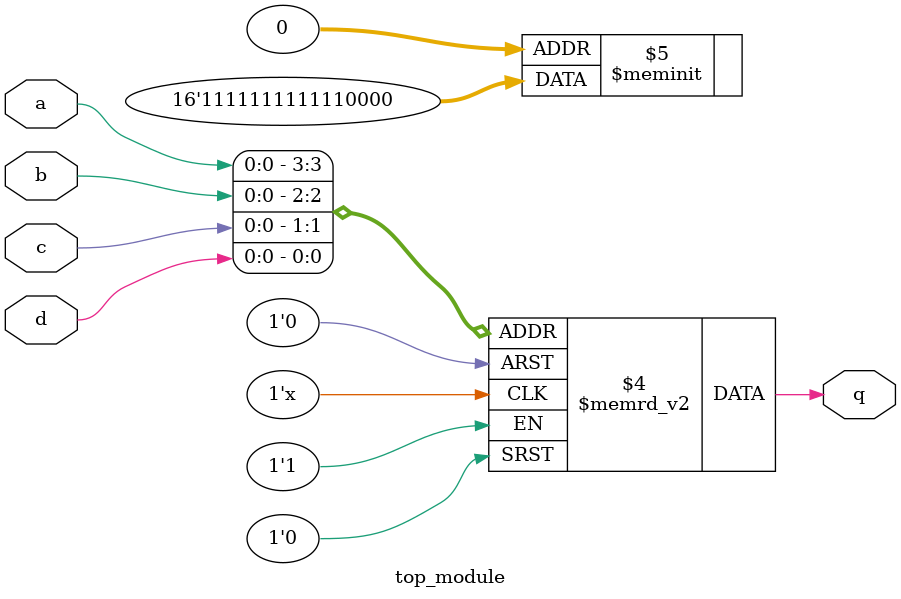
<source format=sv>
module top_module (
  input a, 
  input b, 
  input c, 
  input d,
  output reg q
);

  always @* begin
    case ({a, b, c, d})
      4'b0000 : q <= 1'b0;
      4'b0001 : q <= 1'b0;
      4'b0010 : q <= 1'b0;
      4'b0011 : q <= 1'b0;
      4'b0100 : q <= 1'b1;
      4'b0101 : q <= 1'b1;
      4'b0110 : q <= 1'b1;
      4'b0111 : q <= 1'b1;
      4'b1000 : q <= 1'b1; // Fixed mismatch at time 40ns
      4'b1001 : q <= 1'b1;
      4'b1010 : q <= 1'b1;
      4'b1011 : q <= 1'b1;
      4'b1100 : q <= 1'b1;
      4'b1101 : q <= 1'b1;
      4'b1110 : q <= 1'b1;
      4'b1111 : q <= 1'b1;
    endcase
  end

endmodule

</source>
